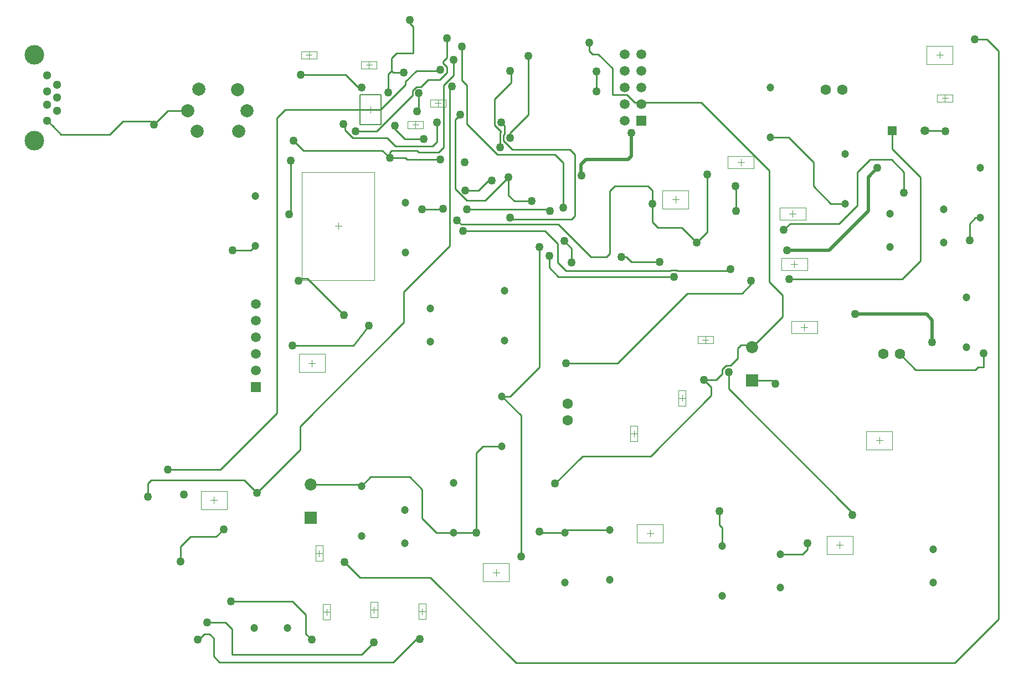
<source format=gbl>
G04*
G04 #@! TF.GenerationSoftware,Altium Limited,Altium Designer,18.0.11 (651)*
G04*
G04 Layer_Physical_Order=4*
G04 Layer_Color=16711680*
%FSLAX25Y25*%
%MOIN*%
G70*
G01*
G75*
%ADD17C,0.00800*%
%ADD19C,0.01000*%
%ADD20C,0.00394*%
%ADD61C,0.02000*%
%ADD62C,0.05118*%
%ADD63C,0.11811*%
%ADD64C,0.04724*%
%ADD65C,0.07284*%
%ADD66R,0.07284X0.07284*%
%ADD67C,0.05906*%
%ADD68R,0.05906X0.05906*%
%ADD69C,0.07874*%
%ADD70C,0.06299*%
%ADD71R,0.05315X0.05315*%
%ADD72C,0.05315*%
%ADD73C,0.05000*%
D17*
X319799Y429945D02*
Y448055D01*
X307201Y429945D02*
Y448055D01*
Y429945D02*
X319799D01*
X307201Y448055D02*
X319799D01*
D19*
X472297Y443500D02*
X512500D01*
X343600Y452600D02*
X348000Y457000D01*
X341009Y452600D02*
X343600D01*
X338900Y450491D02*
X341009Y452600D01*
X338900Y447900D02*
Y450491D01*
X317000Y426000D02*
X338900Y447900D01*
X348000Y457000D02*
X355157D01*
X304500Y426000D02*
X317000D01*
X532000Y392000D02*
X533500Y390500D01*
X118874Y432354D02*
X122285Y428943D01*
Y428943D02*
Y428943D01*
X127228Y424000D02*
X156500D01*
X122285Y428943D02*
X127228Y424000D01*
X220500Y182000D02*
X225000Y186500D01*
X205000Y182000D02*
X220500D01*
X199000Y176000D02*
X205000Y182000D01*
X199000Y167000D02*
Y176000D01*
X164500Y432000D02*
X181000D01*
X156500Y424000D02*
X164500Y432000D01*
X447000Y472500D02*
X450500D01*
X445000Y474500D02*
X447000Y472500D01*
X445000Y474500D02*
Y479500D01*
X384500Y396500D02*
X386500D01*
X378500Y390500D02*
X384500Y396500D01*
X382500Y384500D02*
X396500Y398500D01*
X371409Y384500D02*
X382500D01*
X364500Y391409D02*
Y433000D01*
Y391409D02*
X371409Y384500D01*
X370500Y390500D02*
X378500D01*
X397500Y422000D02*
Y425000D01*
X398843Y415000D02*
X433500D01*
X393500Y420343D02*
X398843Y415000D01*
X397500Y425000D02*
X408500Y436000D01*
Y471500D01*
X337000Y491000D02*
X339000Y489000D01*
Y473000D02*
Y489000D01*
X329000Y473000D02*
X339000D01*
X337000Y491000D02*
Y493000D01*
X327000Y461500D02*
X333500D01*
X326000Y462500D02*
X327000Y461500D01*
X334500Y456000D02*
X341000Y462500D01*
X355000D01*
X266500Y297000D02*
X303500D01*
Y297500D01*
X257000Y256500D02*
Y434000D01*
X262000Y439000D01*
X223000Y222500D02*
X257000Y256500D01*
X303500Y297500D02*
X312500Y309000D01*
X397500Y374000D02*
X398500Y373000D01*
X368000Y370000D02*
X426500D01*
X398500Y373000D02*
X434500D01*
X436500Y375000D01*
Y412000D01*
X429500Y380000D02*
Y407000D01*
X426500Y370000D02*
X446000Y350500D01*
X455500D01*
X457500Y352500D01*
X433500Y415000D02*
X436500Y412000D01*
X393500Y420343D02*
Y423828D01*
X394000Y424328D01*
Y429500D01*
X392051Y431449D02*
X394000Y429500D01*
X391500Y416500D02*
Y425343D01*
X392000Y425843D01*
X389843Y412000D02*
X424500D01*
X371500Y430343D02*
X389843Y412000D01*
X371500Y430343D02*
Y453657D01*
X388051Y445551D02*
X398000Y455500D01*
X388051Y429792D02*
Y445551D01*
Y429792D02*
X392000Y425843D01*
X353500Y419828D02*
Y431500D01*
X357500Y416500D02*
Y453657D01*
X361000Y357000D02*
Y451500D01*
X350672Y417000D02*
X353500Y419828D01*
X354500Y413500D02*
X357500Y416500D01*
X333500Y329500D02*
X361000Y357000D01*
X306000Y452500D02*
X308000D01*
X298500Y460000D02*
X306000Y452500D01*
X271500Y460000D02*
X298500D01*
X674000Y360500D02*
Y370500D01*
X677500Y374000D01*
X680500D01*
X634500Y389000D02*
Y401500D01*
X627000Y409000D02*
X634500Y401500D01*
X633500Y337000D02*
X644500Y348000D01*
X565500Y337000D02*
X633500D01*
X644500Y348000D02*
Y398500D01*
X614000Y409000D02*
X627000D01*
X606500Y381500D02*
Y401500D01*
X614000Y409000D01*
X627500Y415500D02*
X644500Y398500D01*
X595500Y370500D02*
X606500Y381500D01*
X566000Y370500D02*
X595500D01*
X562185Y366685D02*
X566000Y370500D01*
X590500Y382500D02*
X599000D01*
X580000Y393000D02*
X590500Y382500D01*
X580000Y393000D02*
Y407500D01*
X565000Y422500D02*
X580000Y407500D01*
X554000Y422500D02*
X565000D01*
X265500Y375000D02*
Y408500D01*
X483000Y382500D02*
Y390500D01*
X480500Y393000D02*
X483000Y390500D01*
X457500Y352500D02*
Y390000D01*
X460500Y393000D01*
X480500D01*
X430000Y360000D02*
X434500Y355500D01*
Y347000D02*
Y355500D01*
X418500Y366000D02*
X426000Y358500D01*
Y347000D02*
Y358500D01*
Y347000D02*
X431000Y342000D01*
X493843D01*
X426500Y338500D02*
X496000D01*
X421000Y344000D02*
X426500Y338500D01*
X421000Y344000D02*
Y351000D01*
X498157Y342000D02*
X529000D01*
X497657Y342500D02*
X498157Y342000D01*
X494343Y342500D02*
X497657D01*
X493843Y342000D02*
X494343Y342500D01*
X529000Y342000D02*
X530000Y343000D01*
X500870Y368000D02*
X509685Y359185D01*
X486500Y368000D02*
X500870D01*
X483000Y371500D02*
X486500Y368000D01*
X483000Y371500D02*
Y382500D01*
X328000Y427500D02*
Y429500D01*
X334500Y454000D02*
Y456000D01*
X319500Y439000D02*
X334500Y454000D01*
X262000Y439000D02*
X319500D01*
X328000Y427500D02*
X334000Y421500D01*
X345500D01*
X328500Y417000D02*
X350672D01*
X323500Y422000D02*
X328500Y417000D01*
X341515Y414500D02*
X342515Y413500D01*
X326000Y414500D02*
X341515D01*
X325000Y413500D02*
X326000Y414500D01*
X325000Y410000D02*
Y413500D01*
X342515D02*
X354500D01*
X325000Y410000D02*
X334500D01*
X320500Y414500D02*
X325000Y410000D01*
X369000Y366000D02*
X418500D01*
X365500Y372500D02*
X368000Y370000D01*
X371500Y379000D02*
X420500D01*
X684500Y481500D02*
X691500Y474500D01*
X691500Y132500D01*
X665000Y106000D02*
X691500Y132500D01*
X677000Y481500D02*
X684500D01*
X676500D02*
X677000D01*
X677500Y282500D02*
X679000Y284000D01*
X682500D01*
X641500Y282500D02*
X677500D01*
X632000Y292000D02*
X641500Y282500D01*
X682500Y284000D02*
Y292500D01*
X401000Y106000D02*
X665000D01*
X349500Y157500D02*
X401000Y106000D01*
X307000Y157500D02*
X349500D01*
X297815Y166685D02*
X307000Y157500D01*
X659000Y426500D02*
X659500Y426000D01*
X647185Y426500D02*
X659000D01*
X627500Y415500D02*
Y426500D01*
X561500Y314500D02*
Y327500D01*
X553500Y335500D02*
X561500Y327500D01*
X553500Y335500D02*
Y402500D01*
X543000Y296000D02*
X561500Y314500D01*
X542500Y334000D02*
Y336000D01*
X537000Y328500D02*
X542500Y334000D01*
X512500Y443500D02*
X553500Y402500D01*
X504000Y328500D02*
X537000D01*
X462000Y286500D02*
X504000Y328500D01*
X431000Y286500D02*
X462000D01*
X415000Y284000D02*
Y356500D01*
X397500Y266500D02*
X415000Y284000D01*
X241500Y354500D02*
X244000Y357000D01*
X230500Y354500D02*
X241500D01*
X181000Y432000D02*
X183000Y430000D01*
X191500Y438500D01*
X203500D01*
X326000Y470000D02*
X329000Y473000D01*
X326000Y462500D02*
Y470000D01*
X355157Y457000D02*
X359500Y461343D01*
X344500Y193000D02*
Y210500D01*
X337000Y218000D02*
X344500Y210500D01*
X313500Y218000D02*
X337000D01*
X307000Y213500D02*
X308000Y212500D01*
X277500Y213500D02*
X307000D01*
X308000Y212500D02*
X313500Y218000D01*
X344500Y193000D02*
X353000Y184500D01*
X363500D01*
X377000D01*
X381000Y236500D02*
X392500D01*
X377000Y232500D02*
X381000Y236500D01*
X377000Y184500D02*
Y232500D01*
X415000Y185000D02*
X415500Y184500D01*
X430500D01*
X432000Y186000D01*
X457500D01*
X555000Y276000D02*
X557000Y274000D01*
X543000Y276000D02*
X555000D01*
X576500Y174500D02*
Y178000D01*
X573500Y171500D02*
X576500Y174500D01*
X560000Y171500D02*
X573500D01*
X529000Y271000D02*
X603500Y196500D01*
Y195000D02*
Y196500D01*
X523500Y189000D02*
Y197500D01*
Y189000D02*
X525000Y187500D01*
Y176500D02*
Y187500D01*
X361000Y451500D02*
X362500Y453000D01*
X356500Y379000D02*
X357000Y379500D01*
X344500Y379000D02*
X356500D01*
X264500Y376000D02*
X265500Y375000D01*
X302843Y422000D02*
X323500D01*
X297000Y430500D02*
X298000Y429500D01*
X397500Y462500D02*
X398000Y462000D01*
Y455500D02*
Y462000D01*
X424500Y412000D02*
X429500Y407000D01*
X341500Y438000D02*
X342500Y439000D01*
Y449000D01*
X324000Y449500D02*
Y460500D01*
X326000Y462500D01*
X363500Y459657D02*
Y469000D01*
X357500Y453657D02*
X363500Y459657D01*
X450500Y472500D02*
X459000Y464000D01*
X359500Y470500D02*
Y482000D01*
X357157Y468157D02*
X359500Y470500D01*
X357157Y467000D02*
Y468157D01*
Y467000D02*
X359500Y464657D01*
Y461343D02*
Y464657D01*
X355000Y462500D02*
X355500Y463000D01*
X334500Y410000D02*
X335500Y409000D01*
X364500Y433000D02*
X367500Y436000D01*
X368500Y456657D02*
X371500Y453657D01*
X368500Y456657D02*
Y477000D01*
X335500Y409000D02*
X355500D01*
X464500Y350500D02*
X467500D01*
X404000Y170000D02*
Y255000D01*
X392500Y266500D02*
X404000Y255000D01*
X392500Y266500D02*
X397500D01*
X396500Y387500D02*
X400000Y384000D01*
X410500D01*
X396500Y387500D02*
Y398500D01*
X532000Y392000D02*
X533000Y393000D01*
X533500Y378000D02*
Y390500D01*
X267000Y420500D02*
X273000Y414500D01*
X320500D01*
X298000Y426843D02*
X302843Y422000D01*
X298000Y426843D02*
Y429500D01*
X467500Y350500D02*
X470500Y347500D01*
X487500D01*
X420500Y379000D02*
X421500Y378000D01*
X270000Y336000D02*
X271500Y337500D01*
X275500D01*
X297500Y315500D01*
X449500Y450000D02*
Y462000D01*
X459000Y447953D02*
Y464000D01*
X274500Y123500D02*
X278000Y120000D01*
X274500Y123500D02*
Y135000D01*
X266500Y143000D02*
X274500Y135000D01*
X229500Y143000D02*
X266500D01*
X308000Y111000D02*
X315500Y118500D01*
X230000Y111000D02*
X308000D01*
X230000D02*
Y126500D01*
X226000Y130500D02*
X230000Y126500D01*
X215000Y130500D02*
X226000D01*
X210000Y120000D02*
X213500Y123500D01*
X216500D01*
X219000Y121000D01*
X209500Y120000D02*
X210000D01*
X529000Y271000D02*
Y281185D01*
X530185Y285185D02*
X534500Y289500D01*
X527343Y285185D02*
X530185D01*
X525000Y282842D02*
X527343Y285185D01*
X525000Y280000D02*
Y282842D01*
X521500Y276500D02*
X525000Y280000D01*
X514000Y276500D02*
X521500D01*
X514000D02*
X518500Y272000D01*
Y267000D02*
Y272000D01*
X482000Y230500D02*
X518500Y267000D01*
X441000Y230500D02*
X482000D01*
X516000Y365500D02*
Y400000D01*
X509685Y359185D02*
X516000Y365500D01*
X341000Y120500D02*
X343000D01*
X327000Y106500D02*
X341000Y120500D01*
X222500Y106500D02*
X327000D01*
X219000Y110000D02*
X222500Y106500D01*
X219000Y110000D02*
Y121000D01*
X459000Y447953D02*
X467844D01*
X472297Y443500D01*
X541500Y297500D02*
X543000Y296000D01*
X536500Y297500D02*
X541500D01*
X534500Y295500D02*
X536500Y297500D01*
X534500Y289500D02*
Y295500D01*
X424500Y214000D02*
X441000Y230500D01*
X191500Y222500D02*
X223000D01*
X333500Y311000D02*
Y329500D01*
X271000Y248500D02*
X333500Y311000D01*
X271000Y234500D02*
Y248500D01*
X245000Y208500D02*
X271000Y234500D01*
X237500Y216000D02*
X245000Y208500D01*
X181500Y216000D02*
X237500D01*
X179500Y214000D02*
X181500Y216000D01*
X179500Y206000D02*
Y214000D01*
D20*
X311531Y439000D02*
X315469D01*
X313500Y437032D02*
Y440969D01*
X211311Y198488D02*
Y209512D01*
X227059Y198488D02*
Y209512D01*
X211311D02*
X227059D01*
X211311Y198488D02*
X227059D01*
X217216Y204000D02*
X221153D01*
X219185Y202031D02*
Y205968D01*
X280335Y167276D02*
X284665D01*
X280335Y176724D02*
X284665D01*
X280335Y167276D02*
Y176724D01*
X284665Y167276D02*
Y176724D01*
X282500Y170130D02*
Y173870D01*
X280630Y172000D02*
X284370D01*
X284835Y131961D02*
X289165D01*
X284835Y141410D02*
X289165D01*
X284835Y131961D02*
Y141410D01*
X289165Y131961D02*
Y141410D01*
X287000Y134815D02*
Y138555D01*
X285130Y136685D02*
X288870D01*
X498835Y270224D02*
X503165D01*
X498835Y260776D02*
X503165D01*
Y270224D01*
X498835Y260776D02*
Y270224D01*
X501000Y263630D02*
Y267370D01*
X499130Y265500D02*
X502870D01*
X313335Y133276D02*
X317665D01*
X313335Y142724D02*
X317665D01*
X313335Y133276D02*
Y142724D01*
X317665Y133276D02*
Y142724D01*
X315500Y136130D02*
Y139870D01*
X313630Y138000D02*
X317370D01*
X469835Y239276D02*
X474165D01*
X469835Y248724D02*
X474165D01*
X469835Y239276D02*
Y248724D01*
X474165Y239276D02*
Y248724D01*
X472000Y242130D02*
Y245870D01*
X470130Y244000D02*
X473870D01*
X342335Y132276D02*
X346665D01*
X342335Y141724D02*
X346665D01*
X342335Y132276D02*
Y141724D01*
X346665Y132276D02*
Y141724D01*
X344500Y135130D02*
Y138870D01*
X342630Y137000D02*
X346370D01*
X654461Y443835D02*
Y448165D01*
X663909Y443835D02*
Y448165D01*
X654461D02*
X663909D01*
X654461Y443835D02*
X663909D01*
X657315Y446000D02*
X661055D01*
X659185Y444130D02*
Y447870D01*
X519724Y298335D02*
Y302665D01*
X510276Y298335D02*
Y302665D01*
Y298335D02*
X519724D01*
X510276Y302665D02*
X519724D01*
X513130Y300500D02*
X516870D01*
X515000Y298630D02*
Y302370D01*
X271591Y469835D02*
Y474165D01*
X281039Y469835D02*
Y474165D01*
X271591D02*
X281039D01*
X271591Y469835D02*
X281039D01*
X274445Y472000D02*
X278185D01*
X276315Y470130D02*
Y473870D01*
X345224Y427835D02*
Y432165D01*
X335776Y427835D02*
Y432165D01*
Y427835D02*
X345224D01*
X335776Y432165D02*
X345224D01*
X338630Y430000D02*
X342370D01*
X340500Y428130D02*
Y431870D01*
X307776Y463835D02*
Y468165D01*
X317224Y463835D02*
Y468165D01*
X307776D02*
X317224D01*
X307776Y463835D02*
X317224D01*
X310630Y466000D02*
X314370D01*
X312500Y464130D02*
Y467870D01*
X349276Y440835D02*
Y445165D01*
X358724Y440835D02*
Y445165D01*
X349276D02*
X358724D01*
X349276Y440835D02*
X358724D01*
X352130Y443000D02*
X355870D01*
X354000Y441130D02*
Y444870D01*
X270311Y280988D02*
Y292012D01*
X286059Y280988D02*
Y292012D01*
X270311D02*
X286059D01*
X270311Y280988D02*
X286059D01*
X276217Y286500D02*
X280153D01*
X278185Y284531D02*
Y288469D01*
X473811Y178488D02*
Y189512D01*
X489559Y178488D02*
Y189512D01*
X473811D02*
X489559D01*
X473811Y178488D02*
X489559D01*
X479716Y184000D02*
X483653D01*
X481685Y182032D02*
Y185968D01*
X587941Y171488D02*
Y182512D01*
X603689Y171488D02*
Y182512D01*
X587941D02*
X603689D01*
X587941Y171488D02*
X603689D01*
X593847Y177000D02*
X597784D01*
X595815Y175031D02*
Y178969D01*
X381126Y154988D02*
Y166012D01*
X396874Y154988D02*
Y166012D01*
X381126D02*
X396874D01*
X381126Y154988D02*
X396874D01*
X387032Y160500D02*
X390968D01*
X389000Y158531D02*
Y162469D01*
X648126Y466488D02*
Y477512D01*
X663874Y466488D02*
Y477512D01*
X648126D02*
X663874D01*
X648126Y466488D02*
X663874D01*
X654032Y472000D02*
X657969D01*
X656000Y470031D02*
Y473969D01*
X489126Y379488D02*
Y390512D01*
X504874Y379488D02*
Y390512D01*
X489126D02*
X504874D01*
X489126Y379488D02*
X504874D01*
X495031Y385000D02*
X498969D01*
X497000Y383032D02*
Y386968D01*
X611811Y234488D02*
Y245512D01*
X627559Y234488D02*
Y245512D01*
X611811D02*
X627559D01*
X611811Y234488D02*
X627559D01*
X617717Y240000D02*
X621654D01*
X619685Y238032D02*
Y241968D01*
X272150Y336543D02*
X315850D01*
X272150Y401504D02*
X315850D01*
X272150Y336543D02*
Y401504D01*
X315850Y336543D02*
Y401504D01*
X294000Y367055D02*
Y370992D01*
X292032Y369024D02*
X295969D01*
X566626Y304260D02*
Y311740D01*
X582374Y304260D02*
Y311740D01*
X566626D02*
X582374D01*
X566626Y304260D02*
X582374D01*
X572532Y308000D02*
X576469D01*
X574500Y306031D02*
Y309968D01*
X559626Y372760D02*
Y380240D01*
X575374Y372760D02*
Y380240D01*
X559626D02*
X575374D01*
X559626Y372760D02*
X575374D01*
X565531Y376500D02*
X569468D01*
X567500Y374532D02*
Y378468D01*
X560626Y342260D02*
Y349740D01*
X576374Y342260D02*
Y349740D01*
X560626D02*
X576374D01*
X560626Y342260D02*
X576374D01*
X566532Y346000D02*
X570469D01*
X568500Y344032D02*
Y347969D01*
X528441Y403760D02*
Y411240D01*
X544189Y403760D02*
Y411240D01*
X528441D02*
X544189D01*
X528441Y403760D02*
X544189D01*
X534346Y407500D02*
X538283D01*
X536315Y405532D02*
Y409469D01*
D61*
X648000Y316000D02*
X651500Y312500D01*
X605000Y316000D02*
X648000D01*
X613000Y378000D02*
Y398500D01*
X589500Y354500D02*
X613000Y378000D01*
X564000Y354500D02*
X589500D01*
X440000Y406000D02*
X443000Y409000D01*
X440000Y400000D02*
Y406000D01*
X443000Y409000D02*
X468500D01*
X440000Y400000D02*
X440500Y399500D01*
X468500Y409000D02*
X470500Y411000D01*
Y425000D01*
X651500Y299000D02*
Y312500D01*
X613000Y398500D02*
X618500Y404000D01*
D62*
X124874Y438378D02*
D03*
Y446252D02*
D03*
Y454126D02*
D03*
X118874Y432354D02*
D03*
Y442197D02*
D03*
Y450071D02*
D03*
Y459913D02*
D03*
D63*
X111000Y420268D02*
D03*
Y472000D02*
D03*
D64*
X263500Y127000D02*
D03*
X243500Y127000D02*
D03*
X560000Y151500D02*
D03*
Y171500D02*
D03*
X658500Y359000D02*
D03*
Y379000D02*
D03*
X652000Y154500D02*
D03*
Y174500D02*
D03*
X626000Y356500D02*
D03*
Y376500D02*
D03*
X349500Y299500D02*
D03*
Y319500D02*
D03*
X334000Y178000D02*
D03*
Y198000D02*
D03*
X334500Y383000D02*
D03*
X334500Y353000D02*
D03*
X363500Y184500D02*
D03*
Y214500D02*
D03*
X244000Y357000D02*
D03*
Y387000D02*
D03*
X394000Y330000D02*
D03*
X394000Y300000D02*
D03*
X430500Y154500D02*
D03*
Y184500D02*
D03*
X392500Y236500D02*
D03*
Y266500D02*
D03*
X554000Y422500D02*
D03*
Y452500D02*
D03*
X457500Y186000D02*
D03*
X457500Y156000D02*
D03*
X525000Y176500D02*
D03*
X525000Y146500D02*
D03*
X672000Y296000D02*
D03*
Y326000D02*
D03*
X680500Y374000D02*
D03*
Y404000D02*
D03*
X599000Y382500D02*
D03*
Y412500D02*
D03*
X308000Y212500D02*
D03*
X308000Y182500D02*
D03*
D65*
X277500Y213500D02*
D03*
X543000Y296000D02*
D03*
D66*
X277500Y193500D02*
D03*
X543000Y276000D02*
D03*
D67*
X244500Y322000D02*
D03*
Y312000D02*
D03*
Y302000D02*
D03*
Y292000D02*
D03*
Y282000D02*
D03*
X466500Y472500D02*
D03*
X476500D02*
D03*
X466500Y462500D02*
D03*
X476500D02*
D03*
X466500Y452500D02*
D03*
X476500D02*
D03*
X466500Y442500D02*
D03*
X476500D02*
D03*
X466500Y432500D02*
D03*
D68*
X244500Y272000D02*
D03*
X476500Y432500D02*
D03*
D69*
X203500Y438500D02*
D03*
X210000Y451500D02*
D03*
X209000Y426000D02*
D03*
X234000D02*
D03*
X233500Y451000D02*
D03*
X239178Y438500D02*
D03*
D70*
X432000Y252000D02*
D03*
Y262000D02*
D03*
X632000Y292000D02*
D03*
X622000D02*
D03*
X597500Y451000D02*
D03*
X587500D02*
D03*
D71*
X627500Y426500D02*
D03*
D72*
X647185Y426500D02*
D03*
D73*
X201000Y207500D02*
D03*
X199000Y167000D02*
D03*
X225000Y186500D02*
D03*
X605000Y316000D02*
D03*
X370000Y407500D02*
D03*
X386500Y396500D02*
D03*
X370500Y390500D02*
D03*
X397500Y422000D02*
D03*
X337000Y493000D02*
D03*
X333500Y461500D02*
D03*
X266500Y297000D02*
D03*
X312500Y309000D02*
D03*
X397500Y374000D02*
D03*
X429500Y380000D02*
D03*
X391500Y416500D02*
D03*
X392051Y431449D02*
D03*
X353500Y431500D02*
D03*
X308000Y452500D02*
D03*
X271500Y460000D02*
D03*
X674000Y360500D02*
D03*
X634500Y389000D02*
D03*
X562185Y366685D02*
D03*
X564000Y354500D02*
D03*
X430000Y360000D02*
D03*
X434500Y347000D02*
D03*
X328000Y429500D02*
D03*
X345500Y421500D02*
D03*
X325000Y410000D02*
D03*
X369000Y366000D02*
D03*
X365500Y372500D02*
D03*
X371500Y379000D02*
D03*
X440500Y399500D02*
D03*
X470500Y425000D02*
D03*
X677000Y481500D02*
D03*
X682500Y292500D02*
D03*
X297815Y166685D02*
D03*
X659500Y426000D02*
D03*
X565500Y337000D02*
D03*
X542500Y336000D02*
D03*
X431000Y286500D02*
D03*
X230500Y354500D02*
D03*
X183000Y430000D02*
D03*
X377000Y184500D02*
D03*
X415000Y185000D02*
D03*
X557000Y274000D02*
D03*
X576500Y178000D02*
D03*
X523500Y197500D02*
D03*
X483000Y382500D02*
D03*
X357000Y379500D02*
D03*
X344500Y379000D02*
D03*
X265500Y408500D02*
D03*
X264500Y376000D02*
D03*
X297000Y430500D02*
D03*
X324000Y449500D02*
D03*
X342500Y449000D02*
D03*
X341500Y438000D02*
D03*
X397500Y462500D02*
D03*
X362500Y453000D02*
D03*
X445000Y479500D02*
D03*
X355500Y463000D02*
D03*
X363500Y469000D02*
D03*
X359500Y482000D02*
D03*
X408500Y471500D02*
D03*
X496000Y338500D02*
D03*
X421000Y351000D02*
D03*
X464500Y350500D02*
D03*
X368500Y477000D02*
D03*
X404000Y170000D02*
D03*
X415000Y356500D02*
D03*
X410500Y384000D02*
D03*
X396500Y398500D02*
D03*
X367500Y436000D02*
D03*
X533000Y393000D02*
D03*
X533500Y378000D02*
D03*
X355500Y409000D02*
D03*
X267000Y420500D02*
D03*
X304500Y426000D02*
D03*
X651500Y299000D02*
D03*
X487500Y347500D02*
D03*
X421500Y378000D02*
D03*
X270000Y336000D02*
D03*
X297500Y315500D02*
D03*
X449500Y462000D02*
D03*
Y450000D02*
D03*
X530000Y343000D02*
D03*
X278000Y120000D02*
D03*
X229500Y143000D02*
D03*
X315500Y118500D02*
D03*
X215000Y130500D02*
D03*
X209500Y120000D02*
D03*
X603500Y195000D02*
D03*
X529000Y281185D02*
D03*
X516000Y400000D02*
D03*
X509685Y359185D02*
D03*
X343000Y120500D02*
D03*
X514000Y276500D02*
D03*
X424500Y214000D02*
D03*
X191500Y222500D02*
D03*
X245000Y208500D02*
D03*
X179500Y206000D02*
D03*
X618500Y404000D02*
D03*
M02*

</source>
